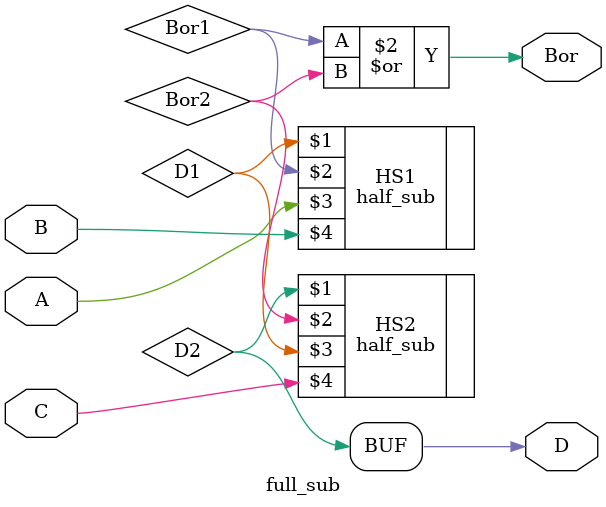
<source format=v>
`include "half_subtractor.v"
module full_sub(output reg D,Bor,input A,B,C);

half_sub HS1(D1,Bor1,A,B);
half_sub HS2(D2,Bor2,D1,C);

always @ * begin	
	D=D2;
	Bor=Bor1|Bor2;
end
endmodule	 

</source>
